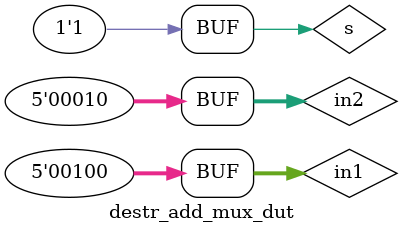
<source format=v>
/*
done by:  Mohammed A. Mardeni
Date:     7/10/2023 - 8:10 AM
Function: Select the destination register field S=0 for IR[20:16] at in1 and s=1 for IR[15:11] at in2.
*/
//////////////////////////////////////////////////////////////////////////////////////////


module destr_add_mux(in1,in2,s,dest_address);


//####################### Scalers Ports ###############################################//

input s;

//####################### Vector Ports ###############################################//
input [4:0]in1,in2;
output  [4:0]dest_address;

//####################### generate block variable #####################################//

/*generation block used to duplicate continues assignments */
genvar i; //valid for next parallel blocks only not nested to avoid overlapping


//####################### circuit     ###############################################//

/* combinational circuit hence continues assignment is used*/


generate
	
	for (i=0;i<5;i=i+1) begin:mux_5_bit_width
	assign dest_address[i]=( (~s) & in1[i]) | ( s & in2[i]);
	end
	
endgenerate




endmodule 

module destr_add_mux_dut;

	//registers to put test values to
	reg [4:0]in1,in2;
	reg s;
	//wires to prob outputs from
	wire [4:0]dest_address;
	
	//ciruit under test
	destr_add_mux DUT(in1,in2,s,dest_address);
	///////////////////
	
	initial begin : test_vectors
			
			in1=5'd4;in2=5'd2;
			#40
			s=0;
			#40
			s=1;
			#40;		
	end
	



endmodule



</source>
